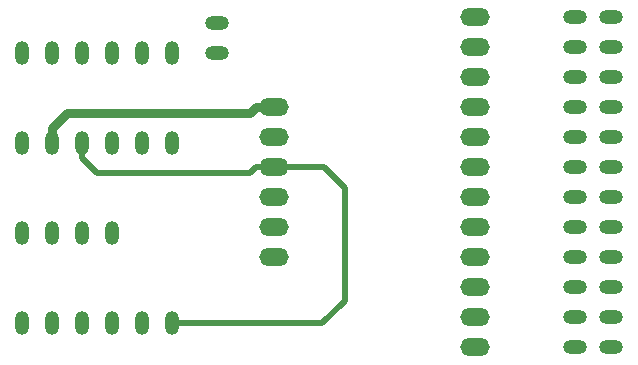
<source format=gbr>
%TF.GenerationSoftware,KiCad,Pcbnew,(7.0.0)*%
%TF.CreationDate,2023-03-31T02:03:59+02:00*%
%TF.ProjectId,HM-PlateauUtilisateur,484d2d50-6c61-4746-9561-755574696c69,rev?*%
%TF.SameCoordinates,Original*%
%TF.FileFunction,Copper,L1,Top*%
%TF.FilePolarity,Positive*%
%FSLAX46Y46*%
G04 Gerber Fmt 4.6, Leading zero omitted, Abs format (unit mm)*
G04 Created by KiCad (PCBNEW (7.0.0)) date 2023-03-31 02:03:59*
%MOMM*%
%LPD*%
G01*
G04 APERTURE LIST*
%TA.AperFunction,ComponentPad*%
%ADD10O,1.200000X2.000000*%
%TD*%
%TA.AperFunction,ComponentPad*%
%ADD11O,2.500000X1.500000*%
%TD*%
%TA.AperFunction,ComponentPad*%
%ADD12O,2.000000X1.200000*%
%TD*%
%TA.AperFunction,Conductor*%
%ADD13C,0.800000*%
%TD*%
%TA.AperFunction,Conductor*%
%ADD14C,0.500000*%
%TD*%
G04 APERTURE END LIST*
D10*
%TO.P,J7,1,Pin_1*%
%TO.N,/SCL*%
X132079999Y-91439999D03*
%TO.P,J7,2,Pin_2*%
%TO.N,Net-(J6-Pin_2)*%
X129539999Y-91439999D03*
%TO.P,J7,3,Pin_3*%
%TO.N,/SDA*%
X126999999Y-91439999D03*
%TD*%
D11*
%TO.P,U1,1,3V3*%
%TO.N,/3V3*%
X140715999Y-73151999D03*
%TO.P,U1,2,~{IRQ}*%
%TO.N,unconnected-(U1-~{IRQ}-Pad2)*%
X140715999Y-75691999D03*
%TO.P,U1,3,SCL*%
%TO.N,/SCL*%
X140715999Y-78231999D03*
%TO.P,U1,4,SDA*%
%TO.N,/SDA*%
X140715999Y-80771999D03*
%TO.P,U1,5,ADDR*%
%TO.N,Net-(J6-Pin_2)*%
X140715999Y-83311999D03*
%TO.P,U1,6,GND*%
%TO.N,/GND*%
X140715999Y-85851999D03*
%TO.P,U1,7,ELE0*%
%TO.N,Net-(J2-Pin_1)*%
X157715999Y-93471999D03*
%TO.P,U1,8,ELE1*%
%TO.N,Net-(J2-Pin_2)*%
X157715999Y-90931999D03*
%TO.P,U1,9,ELE2*%
%TO.N,Net-(J2-Pin_3)*%
X157715999Y-88391999D03*
%TO.P,U1,10,ELE3*%
%TO.N,Net-(J2-Pin_4)*%
X157715999Y-85851999D03*
%TO.P,U1,11,LED0/ELE4*%
%TO.N,Net-(J2-Pin_5)*%
X157715999Y-83311999D03*
%TO.P,U1,12,LED1/ELE5*%
%TO.N,Net-(J2-Pin_6)*%
X157715999Y-80771999D03*
%TO.P,U1,13,LED2/ELE6*%
%TO.N,Net-(J2-Pin_7)*%
X157715999Y-78231999D03*
%TO.P,U1,14,LED3/ELE7*%
%TO.N,Net-(J2-Pin_8)*%
X157715999Y-75691999D03*
%TO.P,U1,15,LED4/ELE8*%
%TO.N,Net-(J2-Pin_9)*%
X157715999Y-73151999D03*
%TO.P,U1,16,LED5/ELE9*%
%TO.N,Net-(J2-Pin_10)*%
X157715999Y-70611999D03*
%TO.P,U1,17,LED6/ELE10*%
%TO.N,Net-(J2-Pin_11)*%
X157715999Y-68071999D03*
%TO.P,U1,18,LED7/ELE11*%
%TO.N,Net-(J2-Pin_12)*%
X157715999Y-65531999D03*
%TD*%
D12*
%TO.P,J8,1,Pin_1*%
%TO.N,Net-(J1A1-Pin_6)*%
X135889999Y-66039999D03*
%TO.P,J8,2,Pin_2*%
%TO.N,Net-(J1A1-Pin_5)*%
X135889999Y-68579999D03*
%TD*%
D10*
%TO.P,J6,1,Pin_1*%
%TO.N,/3V3*%
X124459999Y-91439999D03*
%TO.P,J6,2,Pin_2*%
%TO.N,Net-(J6-Pin_2)*%
X121919999Y-91439999D03*
%TO.P,J6,3,Pin_3*%
%TO.N,/GND*%
X119379999Y-91439999D03*
%TD*%
%TO.P,J3,1,Pin_1*%
%TO.N,/GND*%
X119379999Y-83819999D03*
%TO.P,J3,2,Pin_2*%
%TO.N,/3V3*%
X121919999Y-83819999D03*
%TO.P,J3,3,Pin_3*%
%TO.N,/SCL*%
X124459999Y-83819999D03*
%TO.P,J3,4,Pin_4*%
%TO.N,/SDA*%
X126999999Y-83819999D03*
%TD*%
%TO.P,J2,1,Pin_1*%
%TO.N,/GND*%
X119379999Y-76199999D03*
%TO.P,J2,2,Pin_2*%
%TO.N,/3V3*%
X121919999Y-76199999D03*
%TO.P,J2,3,Pin_3*%
%TO.N,/SCL*%
X124459999Y-76199999D03*
%TO.P,J2,4,Pin_4*%
%TO.N,/SDA*%
X126999999Y-76199999D03*
%TO.P,J2,5,Pin_5*%
%TO.N,unconnected-(J3A1-Pin_5-Pad5)*%
X129539999Y-76199999D03*
%TO.P,J2,6,Pin_6*%
%TO.N,unconnected-(J3A1-Pin_6-Pad6)*%
X132079999Y-76199999D03*
%TD*%
D12*
%TO.P,J3,1,Pin_1*%
%TO.N,/GND*%
X169241249Y-93471999D03*
%TO.P,J3,2,Pin_2*%
X169241249Y-90931999D03*
%TO.P,J3,3,Pin_3*%
X169241249Y-88391999D03*
%TO.P,J3,4,Pin_4*%
X169241249Y-85851999D03*
%TO.P,J3,5,Pin_5*%
X169241249Y-83311999D03*
%TO.P,J3,6,Pin_6*%
X169241249Y-80771999D03*
%TO.P,J3,7,Pin_7*%
X169241249Y-78231999D03*
%TO.P,J3,8,Pin_8*%
X169241249Y-75691999D03*
%TO.P,J3,9,Pin_9*%
X169241249Y-73151999D03*
%TO.P,J3,10,Pin_10*%
X169241249Y-70611999D03*
%TO.P,J3,11,Pin_11*%
X169241249Y-68071999D03*
%TO.P,J3,12,Pin_12*%
X169241249Y-65531999D03*
%TD*%
%TO.P,J2,1,Pin_1*%
%TO.N,Net-(J2-Pin_1)*%
X166193249Y-93471999D03*
%TO.P,J2,2,Pin_2*%
%TO.N,Net-(J2-Pin_2)*%
X166193249Y-90931999D03*
%TO.P,J2,3,Pin_3*%
%TO.N,Net-(J2-Pin_3)*%
X166193249Y-88391999D03*
%TO.P,J2,4,Pin_4*%
%TO.N,Net-(J2-Pin_4)*%
X166193249Y-85851999D03*
%TO.P,J2,5,Pin_5*%
%TO.N,Net-(J2-Pin_5)*%
X166193249Y-83311999D03*
%TO.P,J2,6,Pin_6*%
%TO.N,Net-(J2-Pin_6)*%
X166193249Y-80771999D03*
%TO.P,J2,7,Pin_7*%
%TO.N,Net-(J2-Pin_7)*%
X166193249Y-78231999D03*
%TO.P,J2,8,Pin_8*%
%TO.N,Net-(J2-Pin_8)*%
X166193249Y-75691999D03*
%TO.P,J2,9,Pin_9*%
%TO.N,Net-(J2-Pin_9)*%
X166193249Y-73151999D03*
%TO.P,J2,10,Pin_10*%
%TO.N,Net-(J2-Pin_10)*%
X166193249Y-70611999D03*
%TO.P,J2,11,Pin_11*%
%TO.N,Net-(J2-Pin_11)*%
X166193249Y-68071999D03*
%TO.P,J2,12,Pin_12*%
%TO.N,Net-(J2-Pin_12)*%
X166193249Y-65531999D03*
%TD*%
D10*
%TO.P,J1,1,Pin_1*%
%TO.N,/GND*%
X119379999Y-68579999D03*
%TO.P,J1,2,Pin_2*%
%TO.N,/3V3*%
X121919999Y-68579999D03*
%TO.P,J1,3,Pin_3*%
%TO.N,/SCL*%
X124459999Y-68579999D03*
%TO.P,J1,4,Pin_4*%
%TO.N,/SDA*%
X126999999Y-68579999D03*
%TO.P,J1,5,Pin_5*%
%TO.N,Net-(J1A1-Pin_5)*%
X129539999Y-68579999D03*
%TO.P,J1,6,Pin_6*%
%TO.N,Net-(J1A1-Pin_6)*%
X132079999Y-68579999D03*
%TD*%
D13*
%TO.N,/3V3*%
X139140900Y-73152000D02*
X140716000Y-73152000D01*
X123134900Y-73660000D02*
X138632900Y-73660000D01*
X138632900Y-73660000D02*
X139140900Y-73152000D01*
X121920000Y-76200000D02*
X121920000Y-74874900D01*
X121920000Y-74874900D02*
X123134900Y-73660000D01*
D14*
%TO.N,/SCL*%
X124460000Y-77470000D02*
X125730000Y-78740000D01*
X124460000Y-76200000D02*
X124460000Y-76862500D01*
X144780000Y-91440000D02*
X146685000Y-89535000D01*
X146685000Y-89535000D02*
X146685000Y-80010000D01*
X139140900Y-78232000D02*
X140716000Y-78232000D01*
X144907000Y-78232000D02*
X140716000Y-78232000D01*
X138632900Y-78740000D02*
X139140900Y-78232000D01*
X124460000Y-76200000D02*
X124460000Y-77470000D01*
X125730000Y-78740000D02*
X138632900Y-78740000D01*
X132080000Y-91440000D02*
X144780000Y-91440000D01*
X146685000Y-80010000D02*
X144907000Y-78232000D01*
%TD*%
M02*

</source>
